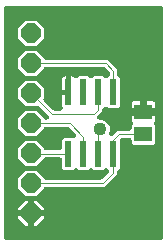
<source format=gbr>
G04 EAGLE Gerber RS-274X export*
G75*
%MOMM*%
%FSLAX34Y34*%
%LPD*%
%INTop Copper*%
%IPPOS*%
%AMOC8*
5,1,8,0,0,1.08239X$1,22.5*%
G01*
%ADD10R,0.600000X2.200000*%
%ADD11R,1.500000X1.300000*%
%ADD12P,1.759533X8X22.500000*%
%ADD13C,0.101600*%
%ADD14C,1.016000*%
%ADD15C,1.108000*%

G36*
X135146Y2543D02*
X135146Y2543D01*
X135164Y2541D01*
X135346Y2562D01*
X135529Y2581D01*
X135546Y2586D01*
X135563Y2588D01*
X135738Y2645D01*
X135914Y2699D01*
X135929Y2707D01*
X135946Y2713D01*
X136106Y2803D01*
X136268Y2891D01*
X136281Y2902D01*
X136297Y2911D01*
X136436Y3031D01*
X136577Y3148D01*
X136588Y3162D01*
X136602Y3174D01*
X136714Y3319D01*
X136829Y3462D01*
X136837Y3478D01*
X136848Y3492D01*
X136930Y3657D01*
X137015Y3819D01*
X137020Y3836D01*
X137028Y3852D01*
X137075Y4031D01*
X137126Y4206D01*
X137128Y4224D01*
X137132Y4241D01*
X137159Y4572D01*
X137159Y198628D01*
X137157Y198646D01*
X137159Y198664D01*
X137138Y198846D01*
X137119Y199029D01*
X137114Y199046D01*
X137112Y199063D01*
X137055Y199238D01*
X137001Y199414D01*
X136993Y199429D01*
X136987Y199446D01*
X136897Y199606D01*
X136809Y199768D01*
X136798Y199781D01*
X136789Y199797D01*
X136669Y199936D01*
X136552Y200077D01*
X136538Y200088D01*
X136526Y200102D01*
X136381Y200214D01*
X136238Y200329D01*
X136222Y200337D01*
X136208Y200348D01*
X136043Y200430D01*
X135881Y200515D01*
X135864Y200520D01*
X135848Y200528D01*
X135669Y200575D01*
X135494Y200626D01*
X135476Y200628D01*
X135459Y200632D01*
X135128Y200659D01*
X4572Y200659D01*
X4554Y200657D01*
X4536Y200659D01*
X4354Y200638D01*
X4171Y200619D01*
X4154Y200614D01*
X4137Y200612D01*
X3962Y200555D01*
X3786Y200501D01*
X3771Y200493D01*
X3754Y200487D01*
X3594Y200397D01*
X3432Y200309D01*
X3419Y200298D01*
X3403Y200289D01*
X3264Y200169D01*
X3123Y200052D01*
X3112Y200038D01*
X3098Y200026D01*
X2986Y199881D01*
X2871Y199738D01*
X2863Y199722D01*
X2852Y199708D01*
X2770Y199543D01*
X2685Y199381D01*
X2680Y199364D01*
X2672Y199348D01*
X2625Y199169D01*
X2574Y198994D01*
X2572Y198976D01*
X2568Y198959D01*
X2541Y198628D01*
X2541Y4572D01*
X2543Y4554D01*
X2541Y4536D01*
X2562Y4354D01*
X2581Y4171D01*
X2586Y4154D01*
X2588Y4137D01*
X2645Y3962D01*
X2699Y3786D01*
X2707Y3771D01*
X2713Y3754D01*
X2803Y3594D01*
X2891Y3432D01*
X2902Y3419D01*
X2911Y3403D01*
X3031Y3264D01*
X3148Y3123D01*
X3162Y3112D01*
X3174Y3098D01*
X3319Y2986D01*
X3462Y2871D01*
X3478Y2863D01*
X3492Y2852D01*
X3657Y2770D01*
X3819Y2685D01*
X3836Y2680D01*
X3852Y2672D01*
X4031Y2625D01*
X4206Y2574D01*
X4224Y2572D01*
X4241Y2568D01*
X4572Y2541D01*
X135128Y2541D01*
X135146Y2543D01*
G37*
%LPC*%
G36*
X20981Y40131D02*
X20981Y40131D01*
X14731Y46381D01*
X14731Y55219D01*
X20981Y61469D01*
X29819Y61469D01*
X36260Y55028D01*
X36331Y54902D01*
X36419Y54740D01*
X36430Y54727D01*
X36439Y54711D01*
X36559Y54572D01*
X36676Y54431D01*
X36690Y54420D01*
X36702Y54406D01*
X36847Y54294D01*
X36990Y54179D01*
X37006Y54171D01*
X37020Y54160D01*
X37185Y54078D01*
X37347Y53993D01*
X37364Y53988D01*
X37380Y53980D01*
X37559Y53933D01*
X37734Y53882D01*
X37752Y53880D01*
X37769Y53876D01*
X38100Y53849D01*
X84256Y53849D01*
X84282Y53851D01*
X84309Y53849D01*
X84483Y53871D01*
X84656Y53889D01*
X84682Y53896D01*
X84709Y53900D01*
X84874Y53955D01*
X85041Y54007D01*
X85065Y54020D01*
X85090Y54028D01*
X85242Y54115D01*
X85395Y54199D01*
X85416Y54216D01*
X85439Y54229D01*
X85692Y54444D01*
X90816Y59568D01*
X90828Y59582D01*
X90841Y59593D01*
X90955Y59737D01*
X91071Y59879D01*
X91080Y59895D01*
X91091Y59909D01*
X91174Y60073D01*
X91260Y60235D01*
X91265Y60252D01*
X91273Y60268D01*
X91323Y60445D01*
X91375Y60621D01*
X91376Y60639D01*
X91381Y60656D01*
X91395Y60839D01*
X91411Y61022D01*
X91409Y61040D01*
X91411Y61058D01*
X91388Y61239D01*
X91368Y61422D01*
X91362Y61439D01*
X91360Y61457D01*
X91302Y61630D01*
X91246Y61806D01*
X91238Y61822D01*
X91232Y61839D01*
X91141Y61997D01*
X91051Y62158D01*
X91040Y62172D01*
X91031Y62188D01*
X90816Y62441D01*
X90336Y62921D01*
X90323Y62932D01*
X90311Y62945D01*
X90167Y63060D01*
X90025Y63176D01*
X90009Y63184D01*
X89995Y63195D01*
X89831Y63278D01*
X89669Y63364D01*
X89652Y63369D01*
X89636Y63377D01*
X89459Y63427D01*
X89283Y63479D01*
X89265Y63481D01*
X89248Y63485D01*
X89064Y63499D01*
X88882Y63515D01*
X88865Y63513D01*
X88847Y63515D01*
X88663Y63492D01*
X88482Y63472D01*
X88465Y63467D01*
X88447Y63464D01*
X88273Y63406D01*
X88098Y63350D01*
X88082Y63342D01*
X88066Y63336D01*
X87907Y63245D01*
X87746Y63156D01*
X87732Y63144D01*
X87717Y63135D01*
X87464Y62921D01*
X86602Y62059D01*
X78498Y62059D01*
X77636Y62921D01*
X77623Y62932D01*
X77611Y62945D01*
X77466Y63060D01*
X77325Y63176D01*
X77309Y63184D01*
X77295Y63195D01*
X77131Y63278D01*
X76969Y63364D01*
X76952Y63369D01*
X76936Y63377D01*
X76759Y63427D01*
X76583Y63479D01*
X76565Y63481D01*
X76548Y63485D01*
X76365Y63499D01*
X76182Y63515D01*
X76164Y63513D01*
X76147Y63515D01*
X75965Y63492D01*
X75782Y63472D01*
X75765Y63467D01*
X75747Y63464D01*
X75574Y63406D01*
X75398Y63351D01*
X75382Y63342D01*
X75366Y63336D01*
X75207Y63245D01*
X75046Y63156D01*
X75032Y63144D01*
X75017Y63135D01*
X74764Y62921D01*
X73902Y62059D01*
X65798Y62059D01*
X64936Y62921D01*
X64923Y62932D01*
X64911Y62945D01*
X64766Y63060D01*
X64625Y63176D01*
X64609Y63184D01*
X64595Y63195D01*
X64431Y63278D01*
X64269Y63364D01*
X64252Y63369D01*
X64236Y63377D01*
X64059Y63427D01*
X63883Y63479D01*
X63865Y63481D01*
X63848Y63485D01*
X63665Y63499D01*
X63482Y63515D01*
X63464Y63513D01*
X63447Y63515D01*
X63265Y63492D01*
X63082Y63472D01*
X63065Y63467D01*
X63047Y63464D01*
X62874Y63406D01*
X62698Y63351D01*
X62682Y63342D01*
X62666Y63336D01*
X62507Y63245D01*
X62346Y63156D01*
X62332Y63144D01*
X62317Y63135D01*
X62064Y62921D01*
X61202Y62059D01*
X53098Y62059D01*
X51609Y63548D01*
X51609Y70520D01*
X51607Y70538D01*
X51609Y70556D01*
X51588Y70738D01*
X51569Y70921D01*
X51564Y70938D01*
X51562Y70955D01*
X51505Y71130D01*
X51451Y71306D01*
X51443Y71321D01*
X51437Y71338D01*
X51347Y71498D01*
X51259Y71660D01*
X51248Y71673D01*
X51239Y71689D01*
X51119Y71828D01*
X51002Y71969D01*
X50988Y71980D01*
X50976Y71994D01*
X50831Y72106D01*
X50688Y72221D01*
X50672Y72229D01*
X50658Y72240D01*
X50493Y72322D01*
X50331Y72407D01*
X50314Y72412D01*
X50298Y72420D01*
X50119Y72467D01*
X49944Y72518D01*
X49926Y72520D01*
X49909Y72524D01*
X49578Y72551D01*
X37680Y72551D01*
X37654Y72549D01*
X37627Y72551D01*
X37453Y72529D01*
X37280Y72511D01*
X37254Y72504D01*
X37228Y72500D01*
X37062Y72445D01*
X36895Y72393D01*
X36871Y72380D01*
X36846Y72372D01*
X36694Y72285D01*
X36541Y72201D01*
X36520Y72184D01*
X36497Y72171D01*
X36244Y71956D01*
X29819Y65531D01*
X20981Y65531D01*
X14731Y71781D01*
X14731Y80619D01*
X20981Y86869D01*
X29819Y86869D01*
X36072Y80615D01*
X36090Y80462D01*
X36109Y80279D01*
X36114Y80262D01*
X36116Y80245D01*
X36173Y80070D01*
X36227Y79894D01*
X36235Y79879D01*
X36241Y79862D01*
X36331Y79702D01*
X36419Y79540D01*
X36430Y79527D01*
X36439Y79511D01*
X36559Y79372D01*
X36676Y79231D01*
X36690Y79220D01*
X36702Y79206D01*
X36847Y79094D01*
X36990Y78979D01*
X37006Y78971D01*
X37020Y78960D01*
X37185Y78878D01*
X37347Y78793D01*
X37364Y78788D01*
X37380Y78780D01*
X37559Y78733D01*
X37734Y78682D01*
X37752Y78680D01*
X37769Y78676D01*
X38100Y78649D01*
X49578Y78649D01*
X49596Y78651D01*
X49614Y78649D01*
X49796Y78670D01*
X49979Y78689D01*
X49996Y78694D01*
X50013Y78696D01*
X50188Y78753D01*
X50364Y78807D01*
X50379Y78815D01*
X50396Y78821D01*
X50556Y78911D01*
X50718Y78999D01*
X50731Y79010D01*
X50747Y79019D01*
X50886Y79139D01*
X51027Y79256D01*
X51038Y79270D01*
X51052Y79282D01*
X51164Y79427D01*
X51279Y79570D01*
X51287Y79586D01*
X51298Y79600D01*
X51380Y79765D01*
X51465Y79927D01*
X51470Y79944D01*
X51478Y79960D01*
X51525Y80139D01*
X51576Y80314D01*
X51578Y80332D01*
X51582Y80349D01*
X51609Y80680D01*
X51609Y87652D01*
X53098Y89141D01*
X61664Y89141D01*
X61673Y89142D01*
X61682Y89141D01*
X61873Y89162D01*
X62064Y89181D01*
X62073Y89183D01*
X62082Y89184D01*
X62264Y89242D01*
X62449Y89299D01*
X62457Y89303D01*
X62466Y89306D01*
X62634Y89399D01*
X62803Y89491D01*
X62810Y89496D01*
X62818Y89501D01*
X62965Y89625D01*
X63113Y89748D01*
X63118Y89755D01*
X63125Y89761D01*
X63244Y89912D01*
X63365Y90062D01*
X63369Y90070D01*
X63375Y90077D01*
X63462Y90250D01*
X63551Y90419D01*
X63553Y90428D01*
X63557Y90436D01*
X63608Y90620D01*
X63662Y90806D01*
X63663Y90815D01*
X63665Y90824D01*
X63679Y91017D01*
X63695Y91208D01*
X63694Y91216D01*
X63694Y91225D01*
X63670Y91418D01*
X63648Y91607D01*
X63645Y91616D01*
X63644Y91625D01*
X63583Y91808D01*
X63523Y91990D01*
X63519Y91998D01*
X63516Y92006D01*
X63420Y92173D01*
X63325Y92341D01*
X63319Y92348D01*
X63315Y92355D01*
X63100Y92608D01*
X57752Y97956D01*
X57731Y97973D01*
X57714Y97994D01*
X57576Y98101D01*
X57441Y98211D01*
X57417Y98224D01*
X57396Y98240D01*
X57239Y98318D01*
X57085Y98400D01*
X57059Y98408D01*
X57035Y98420D01*
X56866Y98465D01*
X56699Y98515D01*
X56672Y98517D01*
X56647Y98524D01*
X56316Y98551D01*
X38100Y98551D01*
X38082Y98549D01*
X38064Y98551D01*
X37882Y98530D01*
X37699Y98511D01*
X37682Y98506D01*
X37665Y98504D01*
X37490Y98447D01*
X37314Y98393D01*
X37299Y98385D01*
X37282Y98379D01*
X37122Y98289D01*
X36960Y98201D01*
X36947Y98190D01*
X36931Y98181D01*
X36792Y98061D01*
X36651Y97944D01*
X36640Y97930D01*
X36626Y97918D01*
X36514Y97773D01*
X36399Y97630D01*
X36391Y97614D01*
X36380Y97600D01*
X36298Y97435D01*
X36270Y97383D01*
X29819Y90931D01*
X20981Y90931D01*
X14731Y97181D01*
X14731Y106019D01*
X20981Y112269D01*
X29819Y112269D01*
X36260Y105828D01*
X36331Y105702D01*
X36419Y105540D01*
X36430Y105527D01*
X36439Y105511D01*
X36559Y105372D01*
X36676Y105231D01*
X36690Y105220D01*
X36702Y105206D01*
X36847Y105094D01*
X36990Y104979D01*
X37006Y104971D01*
X37020Y104960D01*
X37185Y104878D01*
X37347Y104793D01*
X37364Y104788D01*
X37380Y104780D01*
X37559Y104732D01*
X37734Y104682D01*
X37752Y104680D01*
X37769Y104676D01*
X38100Y104649D01*
X38536Y104649D01*
X38545Y104650D01*
X38554Y104649D01*
X38744Y104670D01*
X38936Y104689D01*
X38945Y104691D01*
X38954Y104692D01*
X39138Y104751D01*
X39321Y104807D01*
X39329Y104811D01*
X39338Y104814D01*
X39507Y104907D01*
X39675Y104999D01*
X39682Y105004D01*
X39690Y105009D01*
X39838Y105134D01*
X39985Y105256D01*
X39990Y105263D01*
X39997Y105269D01*
X40117Y105420D01*
X40237Y105570D01*
X40241Y105578D01*
X40247Y105585D01*
X40334Y105758D01*
X40423Y105927D01*
X40425Y105936D01*
X40429Y105944D01*
X40481Y106130D01*
X40534Y106314D01*
X40535Y106323D01*
X40537Y106332D01*
X40551Y106524D01*
X40567Y106716D01*
X40566Y106724D01*
X40566Y106733D01*
X40542Y106925D01*
X40520Y107115D01*
X40517Y107124D01*
X40516Y107133D01*
X40455Y107314D01*
X40395Y107498D01*
X40391Y107506D01*
X40388Y107514D01*
X40292Y107680D01*
X40197Y107849D01*
X40191Y107856D01*
X40187Y107863D01*
X39972Y108116D01*
X39536Y108552D01*
X32224Y115864D01*
X32211Y115875D01*
X32199Y115889D01*
X32055Y116003D01*
X31913Y116119D01*
X31897Y116128D01*
X31883Y116139D01*
X31719Y116222D01*
X31557Y116308D01*
X31540Y116313D01*
X31524Y116321D01*
X31347Y116370D01*
X31171Y116422D01*
X31153Y116424D01*
X31136Y116429D01*
X30954Y116442D01*
X30770Y116459D01*
X30752Y116457D01*
X30735Y116458D01*
X30554Y116435D01*
X30370Y116415D01*
X30353Y116410D01*
X30335Y116408D01*
X30162Y116350D01*
X30104Y116331D01*
X20981Y116331D01*
X14731Y122581D01*
X14731Y131419D01*
X20981Y137669D01*
X29819Y137669D01*
X36069Y131419D01*
X36069Y122311D01*
X36029Y122170D01*
X35978Y121995D01*
X35976Y121977D01*
X35971Y121960D01*
X35958Y121777D01*
X35941Y121594D01*
X35943Y121576D01*
X35942Y121559D01*
X35965Y121376D01*
X35984Y121194D01*
X35990Y121177D01*
X35992Y121159D01*
X36051Y120985D01*
X36106Y120810D01*
X36115Y120794D01*
X36120Y120777D01*
X36212Y120619D01*
X36301Y120458D01*
X36312Y120444D01*
X36321Y120429D01*
X36536Y120176D01*
X43848Y112864D01*
X43869Y112847D01*
X43886Y112826D01*
X44024Y112719D01*
X44159Y112609D01*
X44183Y112596D01*
X44204Y112580D01*
X44361Y112502D01*
X44515Y112420D01*
X44541Y112412D01*
X44565Y112400D01*
X44734Y112355D01*
X44901Y112305D01*
X44928Y112303D01*
X44953Y112296D01*
X45284Y112269D01*
X50199Y112269D01*
X50344Y112283D01*
X50490Y112290D01*
X50544Y112303D01*
X50599Y112309D01*
X50739Y112351D01*
X50881Y112387D01*
X50931Y112410D01*
X50984Y112427D01*
X51113Y112497D01*
X51245Y112559D01*
X51289Y112592D01*
X51338Y112619D01*
X51451Y112712D01*
X51568Y112800D01*
X51605Y112841D01*
X51647Y112876D01*
X51739Y112990D01*
X51837Y113099D01*
X51865Y113147D01*
X51900Y113190D01*
X51967Y113320D01*
X52042Y113446D01*
X52060Y113498D01*
X52085Y113547D01*
X52126Y113688D01*
X52174Y113826D01*
X52181Y113881D01*
X52197Y113934D01*
X52209Y114080D01*
X52229Y114225D01*
X52225Y114280D01*
X52230Y114336D01*
X52213Y114480D01*
X52203Y114627D01*
X52189Y114680D01*
X52183Y114735D01*
X52137Y114874D01*
X52100Y115016D01*
X52073Y115073D01*
X52058Y115118D01*
X52017Y115191D01*
X51958Y115316D01*
X51782Y115619D01*
X51609Y116265D01*
X51609Y125569D01*
X57150Y125569D01*
X57167Y125570D01*
X57185Y125569D01*
X57368Y125590D01*
X57550Y125608D01*
X57567Y125614D01*
X57585Y125616D01*
X57760Y125673D01*
X57935Y125727D01*
X57951Y125735D01*
X57968Y125741D01*
X58128Y125831D01*
X58289Y125918D01*
X58303Y125930D01*
X58318Y125939D01*
X58458Y126059D01*
X58598Y126176D01*
X58599Y126176D01*
X58599Y126177D01*
X58610Y126190D01*
X58623Y126202D01*
X58624Y126202D01*
X58736Y126347D01*
X58851Y126490D01*
X58860Y126506D01*
X58870Y126520D01*
X58952Y126685D01*
X59037Y126848D01*
X59042Y126865D01*
X59050Y126881D01*
X59098Y127059D01*
X59148Y127235D01*
X59150Y127252D01*
X59154Y127270D01*
X59181Y127600D01*
X59181Y141141D01*
X60485Y141141D01*
X61131Y140968D01*
X61710Y140633D01*
X62064Y140279D01*
X62078Y140268D01*
X62089Y140255D01*
X62233Y140141D01*
X62375Y140024D01*
X62391Y140016D01*
X62405Y140005D01*
X62569Y139921D01*
X62731Y139836D01*
X62748Y139831D01*
X62764Y139823D01*
X62941Y139773D01*
X63117Y139721D01*
X63135Y139719D01*
X63152Y139715D01*
X63335Y139701D01*
X63518Y139685D01*
X63536Y139687D01*
X63553Y139685D01*
X63735Y139708D01*
X63918Y139728D01*
X63935Y139733D01*
X63953Y139736D01*
X64127Y139794D01*
X64302Y139849D01*
X64318Y139858D01*
X64334Y139864D01*
X64493Y139955D01*
X64654Y140044D01*
X64668Y140056D01*
X64683Y140065D01*
X64936Y140279D01*
X65798Y141141D01*
X73902Y141141D01*
X74764Y140279D01*
X74778Y140268D01*
X74789Y140255D01*
X74933Y140141D01*
X75075Y140024D01*
X75091Y140016D01*
X75105Y140005D01*
X75269Y139921D01*
X75431Y139836D01*
X75448Y139831D01*
X75464Y139823D01*
X75641Y139773D01*
X75817Y139721D01*
X75835Y139719D01*
X75852Y139715D01*
X76035Y139701D01*
X76218Y139685D01*
X76236Y139687D01*
X76253Y139685D01*
X76435Y139708D01*
X76618Y139728D01*
X76635Y139733D01*
X76653Y139736D01*
X76827Y139794D01*
X77002Y139849D01*
X77018Y139858D01*
X77034Y139864D01*
X77193Y139955D01*
X77354Y140044D01*
X77368Y140056D01*
X77383Y140065D01*
X77636Y140279D01*
X78498Y141141D01*
X86602Y141141D01*
X87464Y140279D01*
X87477Y140268D01*
X87489Y140255D01*
X87634Y140140D01*
X87775Y140024D01*
X87791Y140016D01*
X87805Y140005D01*
X87970Y139921D01*
X88131Y139836D01*
X88148Y139831D01*
X88164Y139823D01*
X88341Y139773D01*
X88517Y139721D01*
X88535Y139719D01*
X88552Y139715D01*
X88735Y139701D01*
X88918Y139685D01*
X88935Y139687D01*
X88953Y139685D01*
X89135Y139708D01*
X89318Y139728D01*
X89335Y139733D01*
X89353Y139736D01*
X89527Y139794D01*
X89702Y139849D01*
X89717Y139858D01*
X89734Y139864D01*
X89893Y139955D01*
X90054Y140044D01*
X90068Y140056D01*
X90083Y140065D01*
X90336Y140279D01*
X91606Y141549D01*
X91623Y141570D01*
X91644Y141588D01*
X91751Y141726D01*
X91861Y141861D01*
X91874Y141885D01*
X91890Y141906D01*
X91968Y142062D01*
X92050Y142217D01*
X92058Y142242D01*
X92070Y142266D01*
X92115Y142435D01*
X92165Y142603D01*
X92167Y142629D01*
X92174Y142655D01*
X92201Y142986D01*
X92201Y143946D01*
X92199Y143972D01*
X92201Y143999D01*
X92179Y144173D01*
X92161Y144346D01*
X92154Y144372D01*
X92150Y144399D01*
X92095Y144564D01*
X92043Y144731D01*
X92030Y144755D01*
X92022Y144780D01*
X91935Y144932D01*
X91851Y145085D01*
X91834Y145106D01*
X91821Y145129D01*
X91606Y145382D01*
X88232Y148756D01*
X88211Y148773D01*
X88194Y148794D01*
X88056Y148901D01*
X87921Y149011D01*
X87897Y149024D01*
X87876Y149040D01*
X87719Y149118D01*
X87565Y149200D01*
X87539Y149208D01*
X87515Y149220D01*
X87346Y149265D01*
X87179Y149315D01*
X87152Y149317D01*
X87127Y149324D01*
X86796Y149351D01*
X38100Y149351D01*
X38082Y149349D01*
X38064Y149351D01*
X37882Y149330D01*
X37699Y149311D01*
X37682Y149306D01*
X37665Y149304D01*
X37490Y149247D01*
X37314Y149193D01*
X37299Y149185D01*
X37282Y149179D01*
X37122Y149089D01*
X36960Y149001D01*
X36947Y148990D01*
X36931Y148981D01*
X36792Y148861D01*
X36651Y148744D01*
X36640Y148730D01*
X36626Y148718D01*
X36514Y148573D01*
X36399Y148430D01*
X36391Y148414D01*
X36380Y148400D01*
X36298Y148235D01*
X36270Y148183D01*
X29819Y141731D01*
X20981Y141731D01*
X14731Y147981D01*
X14731Y156819D01*
X20981Y163069D01*
X29819Y163069D01*
X36260Y156628D01*
X36331Y156502D01*
X36419Y156340D01*
X36430Y156327D01*
X36439Y156311D01*
X36559Y156172D01*
X36676Y156031D01*
X36690Y156020D01*
X36702Y156006D01*
X36847Y155894D01*
X36990Y155779D01*
X37006Y155771D01*
X37020Y155760D01*
X37185Y155678D01*
X37347Y155593D01*
X37364Y155588D01*
X37380Y155580D01*
X37559Y155533D01*
X37734Y155482D01*
X37752Y155480D01*
X37769Y155476D01*
X38100Y155449D01*
X90163Y155449D01*
X98299Y147313D01*
X98299Y142986D01*
X98301Y142959D01*
X98299Y142932D01*
X98321Y142758D01*
X98339Y142585D01*
X98346Y142560D01*
X98350Y142533D01*
X98406Y142367D01*
X98457Y142200D01*
X98470Y142177D01*
X98478Y142151D01*
X98565Y142000D01*
X98649Y141846D01*
X98666Y141826D01*
X98679Y141802D01*
X98894Y141549D01*
X100791Y139652D01*
X100791Y115548D01*
X99302Y114059D01*
X91198Y114059D01*
X90336Y114921D01*
X90322Y114932D01*
X90311Y114945D01*
X90167Y115059D01*
X90025Y115176D01*
X90009Y115184D01*
X89995Y115195D01*
X89831Y115279D01*
X89669Y115364D01*
X89652Y115369D01*
X89636Y115377D01*
X89459Y115427D01*
X89283Y115479D01*
X89265Y115481D01*
X89248Y115485D01*
X89065Y115499D01*
X88882Y115515D01*
X88864Y115513D01*
X88847Y115515D01*
X88665Y115492D01*
X88482Y115472D01*
X88465Y115467D01*
X88447Y115464D01*
X88274Y115406D01*
X88098Y115351D01*
X88082Y115342D01*
X88066Y115336D01*
X87906Y115244D01*
X87746Y115156D01*
X87732Y115144D01*
X87717Y115135D01*
X87464Y114921D01*
X86194Y113651D01*
X86177Y113630D01*
X86156Y113612D01*
X86049Y113474D01*
X85939Y113339D01*
X85926Y113315D01*
X85910Y113294D01*
X85832Y113137D01*
X85750Y112983D01*
X85742Y112958D01*
X85730Y112934D01*
X85685Y112764D01*
X85635Y112597D01*
X85633Y112571D01*
X85626Y112545D01*
X85599Y112214D01*
X85599Y111767D01*
X81900Y108068D01*
X81894Y108061D01*
X81887Y108056D01*
X81767Y107906D01*
X81645Y107757D01*
X81641Y107749D01*
X81635Y107742D01*
X81547Y107572D01*
X81456Y107401D01*
X81454Y107392D01*
X81449Y107385D01*
X81396Y107200D01*
X81341Y107015D01*
X81341Y107006D01*
X81338Y106998D01*
X81322Y106806D01*
X81305Y106614D01*
X81306Y106605D01*
X81305Y106596D01*
X81327Y106407D01*
X81348Y106214D01*
X81351Y106205D01*
X81352Y106197D01*
X81411Y106015D01*
X81470Y105830D01*
X81474Y105822D01*
X81477Y105814D01*
X81572Y105645D01*
X81665Y105478D01*
X81670Y105471D01*
X81675Y105463D01*
X81802Y105316D01*
X81925Y105171D01*
X81932Y105165D01*
X81938Y105158D01*
X82089Y105041D01*
X82241Y104921D01*
X82249Y104917D01*
X82256Y104912D01*
X82428Y104826D01*
X82600Y104739D01*
X82609Y104736D01*
X82617Y104732D01*
X82803Y104682D01*
X82988Y104631D01*
X82997Y104630D01*
X83005Y104628D01*
X83336Y104601D01*
X85427Y104601D01*
X88397Y103371D01*
X90671Y101097D01*
X91901Y98127D01*
X91901Y94913D01*
X91339Y93558D01*
X91338Y93553D01*
X91336Y93549D01*
X91279Y93357D01*
X91223Y93172D01*
X91223Y93168D01*
X91221Y93163D01*
X91203Y92962D01*
X91185Y92771D01*
X91185Y92767D01*
X91185Y92762D01*
X91206Y92567D01*
X91226Y92371D01*
X91228Y92366D01*
X91228Y92362D01*
X91287Y92176D01*
X91346Y91987D01*
X91348Y91983D01*
X91350Y91978D01*
X91446Y91805D01*
X91540Y91633D01*
X91542Y91630D01*
X91545Y91626D01*
X91671Y91477D01*
X91799Y91325D01*
X91802Y91322D01*
X91805Y91319D01*
X91957Y91199D01*
X92114Y91074D01*
X92118Y91072D01*
X92121Y91069D01*
X92297Y90980D01*
X92472Y90890D01*
X92476Y90889D01*
X92480Y90887D01*
X92672Y90834D01*
X92859Y90781D01*
X92863Y90780D01*
X92868Y90779D01*
X93069Y90764D01*
X93260Y90749D01*
X93265Y90750D01*
X93269Y90750D01*
X93468Y90775D01*
X93660Y90798D01*
X93664Y90799D01*
X93669Y90800D01*
X93856Y90863D01*
X94042Y90925D01*
X94046Y90927D01*
X94050Y90928D01*
X94222Y91027D01*
X94392Y91124D01*
X94395Y91127D01*
X94399Y91129D01*
X94652Y91344D01*
X98457Y95149D01*
X108578Y95149D01*
X108596Y95151D01*
X108614Y95149D01*
X108796Y95170D01*
X108979Y95189D01*
X108996Y95194D01*
X109013Y95196D01*
X109188Y95253D01*
X109364Y95307D01*
X109379Y95315D01*
X109396Y95321D01*
X109556Y95411D01*
X109718Y95499D01*
X109731Y95510D01*
X109747Y95519D01*
X109886Y95639D01*
X110027Y95756D01*
X110038Y95770D01*
X110052Y95782D01*
X110164Y95927D01*
X110279Y96070D01*
X110287Y96086D01*
X110298Y96100D01*
X110380Y96265D01*
X110465Y96427D01*
X110470Y96444D01*
X110478Y96460D01*
X110525Y96639D01*
X110576Y96814D01*
X110578Y96832D01*
X110582Y96849D01*
X110609Y97180D01*
X110609Y99652D01*
X111121Y100164D01*
X111132Y100177D01*
X111145Y100189D01*
X111259Y100333D01*
X111376Y100475D01*
X111384Y100491D01*
X111395Y100505D01*
X111478Y100669D01*
X111564Y100831D01*
X111569Y100848D01*
X111577Y100864D01*
X111627Y101041D01*
X111679Y101217D01*
X111681Y101235D01*
X111685Y101252D01*
X111699Y101435D01*
X111715Y101618D01*
X111713Y101636D01*
X111715Y101653D01*
X111692Y101835D01*
X111672Y102018D01*
X111667Y102035D01*
X111664Y102053D01*
X111606Y102226D01*
X111551Y102402D01*
X111542Y102418D01*
X111536Y102434D01*
X111445Y102593D01*
X111356Y102754D01*
X111344Y102768D01*
X111335Y102783D01*
X111121Y103036D01*
X111117Y103040D01*
X110782Y103619D01*
X110609Y104265D01*
X110609Y107851D01*
X119432Y107851D01*
X119450Y107852D01*
X119467Y107851D01*
X119650Y107872D01*
X119832Y107891D01*
X119849Y107896D01*
X119867Y107898D01*
X120042Y107955D01*
X120217Y108009D01*
X120233Y108017D01*
X120250Y108023D01*
X120410Y108113D01*
X120571Y108200D01*
X120585Y108212D01*
X120601Y108221D01*
X120653Y108266D01*
X120758Y108181D01*
X120774Y108173D01*
X120788Y108162D01*
X120953Y108080D01*
X121116Y107995D01*
X121133Y107990D01*
X121149Y107982D01*
X121327Y107934D01*
X121502Y107884D01*
X121520Y107882D01*
X121537Y107878D01*
X121868Y107851D01*
X130691Y107851D01*
X130691Y104265D01*
X130518Y103619D01*
X130183Y103040D01*
X130179Y103036D01*
X130168Y103022D01*
X130155Y103011D01*
X130041Y102867D01*
X129924Y102725D01*
X129916Y102709D01*
X129905Y102695D01*
X129822Y102531D01*
X129736Y102369D01*
X129731Y102352D01*
X129723Y102336D01*
X129673Y102159D01*
X129621Y101983D01*
X129619Y101965D01*
X129615Y101948D01*
X129601Y101765D01*
X129585Y101582D01*
X129587Y101564D01*
X129585Y101547D01*
X129608Y101365D01*
X129628Y101182D01*
X129633Y101165D01*
X129636Y101147D01*
X129694Y100974D01*
X129749Y100798D01*
X129758Y100782D01*
X129764Y100766D01*
X129855Y100607D01*
X129944Y100446D01*
X129956Y100432D01*
X129965Y100417D01*
X130179Y100164D01*
X130691Y99652D01*
X130691Y84548D01*
X129202Y83059D01*
X112098Y83059D01*
X110609Y84548D01*
X110609Y87020D01*
X110607Y87038D01*
X110609Y87056D01*
X110588Y87238D01*
X110569Y87421D01*
X110564Y87438D01*
X110562Y87455D01*
X110505Y87630D01*
X110451Y87806D01*
X110443Y87821D01*
X110437Y87838D01*
X110347Y87998D01*
X110259Y88160D01*
X110248Y88173D01*
X110239Y88189D01*
X110119Y88328D01*
X110002Y88469D01*
X109988Y88480D01*
X109976Y88494D01*
X109831Y88606D01*
X109688Y88721D01*
X109672Y88729D01*
X109658Y88740D01*
X109493Y88822D01*
X109331Y88907D01*
X109314Y88912D01*
X109298Y88920D01*
X109119Y88967D01*
X108944Y89018D01*
X108926Y89020D01*
X108909Y89024D01*
X108578Y89051D01*
X102822Y89051D01*
X102804Y89049D01*
X102786Y89051D01*
X102604Y89030D01*
X102421Y89011D01*
X102404Y89006D01*
X102387Y89004D01*
X102212Y88947D01*
X102036Y88893D01*
X102021Y88885D01*
X102004Y88879D01*
X101844Y88789D01*
X101682Y88701D01*
X101669Y88690D01*
X101653Y88681D01*
X101514Y88561D01*
X101373Y88444D01*
X101362Y88430D01*
X101348Y88418D01*
X101236Y88273D01*
X101121Y88130D01*
X101113Y88114D01*
X101102Y88100D01*
X101020Y87935D01*
X100935Y87773D01*
X100930Y87756D01*
X100922Y87740D01*
X100875Y87561D01*
X100824Y87386D01*
X100822Y87368D01*
X100818Y87351D01*
X100791Y87020D01*
X100791Y63548D01*
X98894Y61651D01*
X98877Y61630D01*
X98856Y61612D01*
X98749Y61474D01*
X98639Y61339D01*
X98626Y61315D01*
X98610Y61294D01*
X98532Y61138D01*
X98450Y60983D01*
X98442Y60958D01*
X98430Y60934D01*
X98385Y60765D01*
X98335Y60597D01*
X98333Y60571D01*
X98326Y60545D01*
X98299Y60214D01*
X98299Y58427D01*
X87623Y47751D01*
X38100Y47751D01*
X38082Y47749D01*
X38064Y47751D01*
X37882Y47730D01*
X37699Y47711D01*
X37682Y47706D01*
X37665Y47704D01*
X37490Y47647D01*
X37314Y47593D01*
X37299Y47585D01*
X37282Y47579D01*
X37122Y47489D01*
X36960Y47401D01*
X36947Y47390D01*
X36931Y47381D01*
X36792Y47261D01*
X36651Y47144D01*
X36640Y47130D01*
X36626Y47118D01*
X36514Y46973D01*
X36399Y46830D01*
X36391Y46814D01*
X36380Y46800D01*
X36298Y46635D01*
X36270Y46583D01*
X29819Y40131D01*
X20981Y40131D01*
G37*
%LPD*%
%LPC*%
G36*
X20981Y167131D02*
X20981Y167131D01*
X14731Y173381D01*
X14731Y182219D01*
X20981Y188469D01*
X29819Y188469D01*
X36069Y182219D01*
X36069Y173381D01*
X29819Y167131D01*
X20981Y167131D01*
G37*
%LPD*%
%LPC*%
G36*
X27939Y27939D02*
X27939Y27939D01*
X27939Y36069D01*
X29819Y36069D01*
X36069Y29819D01*
X36069Y27939D01*
X27939Y27939D01*
G37*
%LPD*%
%LPC*%
G36*
X14731Y27939D02*
X14731Y27939D01*
X14731Y29819D01*
X20981Y36069D01*
X22861Y36069D01*
X22861Y27939D01*
X14731Y27939D01*
G37*
%LPD*%
%LPC*%
G36*
X27939Y14731D02*
X27939Y14731D01*
X27939Y22861D01*
X36069Y22861D01*
X36069Y20981D01*
X29819Y14731D01*
X27939Y14731D01*
G37*
%LPD*%
%LPC*%
G36*
X20981Y14731D02*
X20981Y14731D01*
X14731Y20981D01*
X14731Y22861D01*
X22861Y22861D01*
X22861Y14731D01*
X20981Y14731D01*
G37*
%LPD*%
%LPC*%
G36*
X51609Y129631D02*
X51609Y129631D01*
X51609Y138935D01*
X51782Y139581D01*
X52117Y140160D01*
X52590Y140633D01*
X53169Y140968D01*
X53815Y141141D01*
X55119Y141141D01*
X55119Y129631D01*
X51609Y129631D01*
G37*
%LPD*%
%LPC*%
G36*
X123899Y114349D02*
X123899Y114349D01*
X123899Y120141D01*
X128485Y120141D01*
X129131Y119968D01*
X129710Y119633D01*
X130183Y119160D01*
X130518Y118581D01*
X130691Y117935D01*
X130691Y114349D01*
X123899Y114349D01*
G37*
%LPD*%
%LPC*%
G36*
X110609Y114349D02*
X110609Y114349D01*
X110609Y117935D01*
X110782Y118581D01*
X111117Y119160D01*
X111590Y119633D01*
X112169Y119968D01*
X112815Y120141D01*
X117401Y120141D01*
X117401Y114349D01*
X110609Y114349D01*
G37*
%LPD*%
D10*
X82550Y127600D03*
X82550Y75600D03*
X95250Y127600D03*
X69850Y127600D03*
X57150Y127600D03*
X95250Y75600D03*
X69850Y75600D03*
X57150Y75600D03*
D11*
X120650Y92100D03*
X120650Y111100D03*
D12*
X25400Y177800D03*
X25400Y152400D03*
X25400Y127000D03*
X25400Y101600D03*
X25400Y76200D03*
X25400Y50800D03*
X25400Y25400D03*
D13*
X95250Y59690D02*
X95250Y75600D01*
X95250Y59690D02*
X86360Y50800D01*
X25400Y50800D01*
X95250Y75600D02*
X95250Y87630D01*
X99720Y92100D02*
X120650Y92100D01*
X99720Y92100D02*
X95250Y87630D01*
D14*
X43180Y139700D03*
D13*
X57150Y75600D02*
X25400Y75600D01*
X25400Y76200D01*
X43180Y109220D02*
X25400Y127000D01*
X43180Y109220D02*
X78740Y109220D01*
X82550Y113030D02*
X82550Y127600D01*
X82550Y113030D02*
X78740Y109220D01*
X58420Y101600D02*
X25400Y101600D01*
X69850Y90170D02*
X69850Y75600D01*
X69850Y90170D02*
X58420Y101600D01*
X88900Y152400D02*
X25400Y152400D01*
X95250Y146050D02*
X95250Y127600D01*
X95250Y146050D02*
X88900Y152400D01*
X82550Y95250D02*
X82550Y75600D01*
X82550Y95250D02*
X83820Y96520D01*
D15*
X83820Y96520D03*
M02*

</source>
